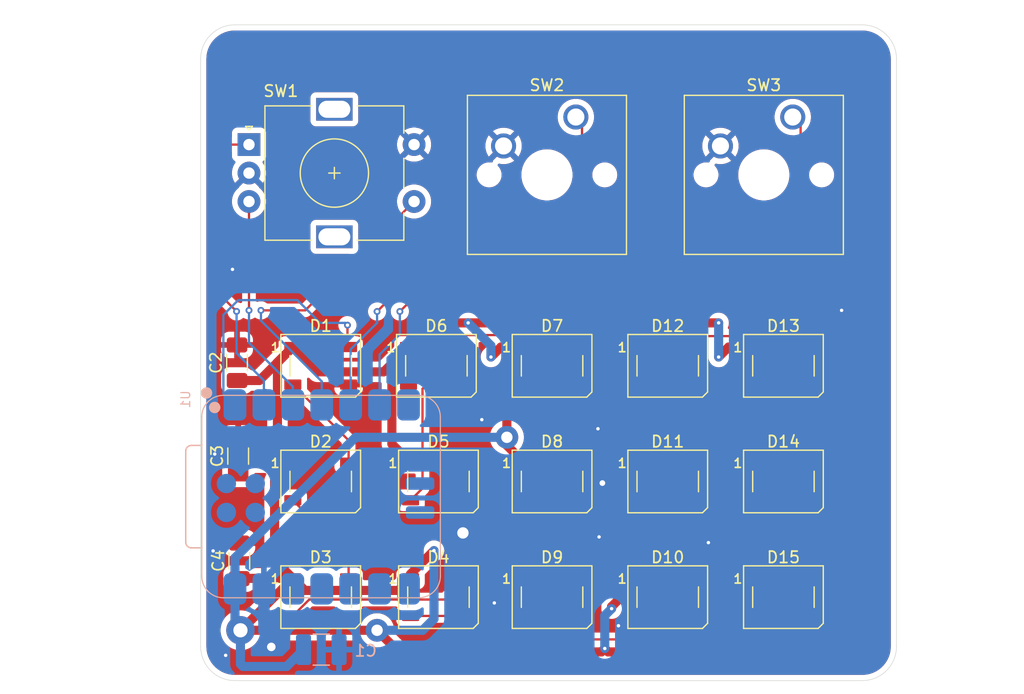
<source format=kicad_pcb>
(kicad_pcb (version 20241229) (generator "pcbnew") (generator_version "9.0")
  (layers (0 "F.Cu" signal) (2 "B.Cu" signal) (13 "F.Paste" user) (15 "B.Paste" user) (5 "F.SilkS" user "F.Silkscreen") (7 "B.SilkS" user "B.Silkscreen") (1 "F.Mask" user) (3 "B.Mask" user) (25 "Edge.Cuts" user))
  (net 0 "")
  (net 1 "+5V")
  (net 2 "GND")
  (net 3 "Net-(D1-DOUT)")
  (net 4 "Net-(D2-DOUT)")
  (net 5 "Net-(D3-DOUT)")
  (net 6 "Net-(D4-DOUT)")
  (net 7 "LED")
  (net 8 "Net-(D5-DOUT)")
  (net 9 "Net-(D10-DIN)")
  (net 10 "Net-(D10-DOUT)")
  (net 11 "Net-(D11-DOUT)")
  (net 12 "Net-(D12-DOUT)")
  (net 13 "Net-(D14-DOUT)")
  (net 14 "ROTB")
  (net 15 "ROTA")
  (net 16 "ROTSW")
  (net 17 "SW1")
  (net 18 "SW2")
  (net 20 "Net-(D6-DOUT)")
  (net 21 "Net-(D7-DOUT)")
  (net 22 "Net-(D8-DOUT)")
  (net 23 "Net-(D13-DOUT)")
  (footprint "Rotary_Encoder:RotaryEncoder_Alps_EC11E-Switch_Vertical_H20mm" (layer "F.Cu") (at 97.75 53.34)
    (property "Reference" "SW1" (at 2.8 -4.7 0) (layer "F.SilkS"))
    (property "Value" "RotaryEncoder_Switch")
    (fp_line (start -0.3 -1.6) (end 0.3 -1.6) (stroke (width 0.12)) (layer "F.SilkS"))
    (fp_line (start 0 -1.3) (end -0.3 -1.6) (stroke (width 0.12)) (layer "F.SilkS"))
    (fp_line (start 0.3 -1.6) (end 0 -1.3) (stroke (width 0.12)) (layer "F.SilkS"))
    (fp_line (start 1.4 -3.4) (end 1.4 8.4) (stroke (width 0.12)) (layer "F.SilkS"))
    (fp_line (start 5.5 -3.4) (end 1.4 -3.4) (stroke (width 0.12)) (layer "F.SilkS"))
    (fp_line (start 5.5 8.4) (end 1.4 8.4) (stroke (width 0.12)) (layer "F.SilkS"))
    (fp_line (start 7 2.5) (end 8 2.5) (stroke (width 0.12)) (layer "F.SilkS"))
    (fp_line (start 7.5 2) (end 7.5 3) (stroke (width 0.12)) (layer "F.SilkS"))
    (fp_line (start 9.5 -3.4) (end 13.6 -3.4) (stroke (width 0.12)) (layer "F.SilkS"))
    (fp_line (start 13.6 -3.4) (end 13.6 -1) (stroke (width 0.12)) (layer "F.SilkS"))
    (fp_line (start 13.6 1.2) (end 13.6 3.8) (stroke (width 0.12)) (layer "F.SilkS"))
    (fp_line (start 13.6 6) (end 13.6 8.4) (stroke (width 0.12)) (layer "F.SilkS"))
    (fp_line (start 13.6 8.4) (end 9.5 8.4) (stroke (width 0.12)) (layer "F.SilkS"))
    (fp_circle (center 7.5 2.5) (end 10.5 2.5) (stroke (width 0.12)) (fill no) (layer "F.SilkS"))
    (pad "A" thru_hole rect (at 0 0) (size 2 2) (drill 1) (layers "*.Cu" "*.Mask") (net 15 "ROTA"))
    (pad "B" thru_hole circle (at 0 5) (size 2 2) (drill 1) (layers "*.Cu" "*.Mask") (net 14 "ROTB"))
    (pad "C" thru_hole circle (at 0 2.5) (size 2 2) (drill 1) (layers "*.Cu" "*.Mask") (net 2 "GND"))
    (pad "MP" thru_hole rect (at 7.5 -3.1) (size 3.2 2) (drill oval 2.8 1.5) (layers "*.Cu" "*.Mask"))
    (pad "MP" thru_hole rect (at 7.5 8.1) (size 3.2 2) (drill oval 2.8 1.5) (layers "*.Cu" "*.Mask"))
    (pad "S1" thru_hole circle (at 14.5 5) (size 2 2) (drill 1) (layers "*.Cu" "*.Mask") (net 16 "ROTSW"))
    (pad "S2" thru_hole circle (at 14.5 0) (size 2 2) (drill 1) (layers "*.Cu" "*.Mask") (net 2 "GND"))
  )
  (footprint "LED_SMD:LED_WS2812B_PLCC4_5.0x5.0mm_P3.2mm" (layer "F.Cu") (at 144.69 82.93)
    (property "Reference" "D14" (at 0 -3.5 0) (layer "F.SilkS"))
    (property "Value" "WS2812B")
    (fp_line (start -3.5 -2.75) (end -3.5 2.75) (stroke (width 0.12)) (layer "F.SilkS"))
    (fp_line (start -3.5 -2.75) (end 3.5 -2.75) (stroke (width 0.12)) (layer "F.SilkS"))
    (fp_line (start -3.5 2.75) (end 3.05 2.75) (stroke (width 0.12)) (layer "F.SilkS"))
    (fp_line (start -2.7 0.9) (end -2.7 -0.9) (stroke (width 0.12)) (layer "F.SilkS"))
    (fp_line (start 2.7 0.9) (end 2.7 -0.9) (stroke (width 0.12)) (layer "F.SilkS"))
    (fp_line (start 3.05 2.75) (end 3.5 2.3) (stroke (width 0.12)) (layer "F.SilkS"))
    (fp_line (start 3.5 2.3) (end 3.5 -2.75) (stroke (width 0.12)) (layer "F.SilkS"))
    (fp_text user "1" (at -4 -1.6 0) (layer "F.SilkS") (effects (font (size 0.8 0.8))))
    (pad "1" smd roundrect (at -2.45 -1.65) (size 1.5 0.9) (layers "F.Cu" "F.Mask" "F.Paste") (roundrect_rratio 0.1) (net 1 "+5V"))
    (pad "2" smd roundrect (at -2.45 1.65) (size 1.5 0.9) (layers "F.Cu" "F.Mask" "F.Paste") (roundrect_rratio 0.1) (net 13 "Net-(D14-DOUT)"))
    (pad "3" smd roundrect (at 2.45 1.65) (size 1.5 0.9) (layers "F.Cu" "F.Mask" "F.Paste") (roundrect_rratio 0.1) (net 2 "GND"))
    (pad "4" smd roundrect (at 2.45 -1.65) (size 1.5 0.9) (layers "F.Cu" "F.Mask" "F.Paste") (roundrect_rratio 0.1) (net 23 "Net-(D13-DOUT)"))
  )
  (footprint "Capacitor_SMD:C_1206_3216Metric_Pad1.33x1.80mm_HandSolder" (layer "F.Cu") (at 96.8 80.7 90)
    (property "Reference" "C3" (at 0 -1.85 90) (layer "F.SilkS"))
    (property "Value" "4.7nF")
    (fp_line (start -0.711252 -0.91) (end 0.711252 -0.91) (stroke (width 0.12)) (layer "F.SilkS"))
    (fp_line (start -0.711252 0.91) (end 0.711252 0.91) (stroke (width 0.12)) (layer "F.SilkS"))
    (pad "1" smd roundrect (at -1.5625 0 90) (size 1.325 1.8) (layers "F.Cu" "F.Mask" "F.Paste") (roundrect_rratio 0.188679) (net 1 "+5V"))
    (pad "2" smd roundrect (at 1.5625 0 90) (size 1.325 1.8) (layers "F.Cu" "F.Mask" "F.Paste") (roundrect_rratio 0.188679) (net 2 "GND"))
  )
  (footprint "LED_SMD:LED_WS2812B_PLCC4_5.0x5.0mm_P3.2mm" (layer "F.Cu") (at 114.21 72.77)
    (property "Reference" "D6" (at 0 -3.5 0) (layer "F.SilkS"))
    (property "Value" "WS2812B")
    (fp_line (start -3.5 -2.75) (end -3.5 2.75) (stroke (width 0.12)) (layer "F.SilkS"))
    (fp_line (start -3.5 -2.75) (end 3.5 -2.75) (stroke (width 0.12)) (layer "F.SilkS"))
    (fp_line (start -3.5 2.75) (end 3.05 2.75) (stroke (width 0.12)) (layer "F.SilkS"))
    (fp_line (start -2.7 0.9) (end -2.7 -0.9) (stroke (width 0.12)) (layer "F.SilkS"))
    (fp_line (start 2.7 0.9) (end 2.7 -0.9) (stroke (width 0.12)) (layer "F.SilkS"))
    (fp_line (start 3.05 2.75) (end 3.5 2.3) (stroke (width 0.12)) (layer "F.SilkS"))
    (fp_line (start 3.5 2.3) (end 3.5 -2.75) (stroke (width 0.12)) (layer "F.SilkS"))
    (fp_text user "1" (at -4 -1.6 0) (layer "F.SilkS") (effects (font (size 0.8 0.8))))
    (pad "1" smd roundrect (at -2.45 -1.65) (size 1.5 0.9) (layers "F.Cu" "F.Mask" "F.Paste") (roundrect_rratio 0.1) (net 1 "+5V"))
    (pad "2" smd roundrect (at -2.45 1.65) (size 1.5 0.9) (layers "F.Cu" "F.Mask" "F.Paste") (roundrect_rratio 0.1) (net 20 "Net-(D6-DOUT)"))
    (pad "3" smd roundrect (at 2.45 1.65) (size 1.5 0.9) (layers "F.Cu" "F.Mask" "F.Paste") (roundrect_rratio 0.1) (net 2 "GND"))
    (pad "4" smd roundrect (at 2.45 -1.65) (size 1.5 0.9) (layers "F.Cu" "F.Mask" "F.Paste") (roundrect_rratio 0.1) (net 8 "Net-(D5-DOUT)"))
  )
  (footprint "Button_Switch_Keyboard:SW_Cherry_MX_1.00u_PCB" (layer "F.Cu") (at 126.46 50.92)
    (property "Reference" "SW2" (at -2.54 -2.794 0) (layer "F.SilkS"))
    (property "Value" "SW_Push")
    (fp_line (start -9.525 -1.905) (end 4.445 -1.905) (stroke (width 0.12)) (layer "F.SilkS"))
    (fp_line (start -9.525 12.065) (end -9.525 -1.905) (stroke (width 0.12)) (layer "F.SilkS"))
    (fp_line (start 4.445 -1.905) (end 4.445 12.065) (stroke (width 0.12)) (layer "F.SilkS"))
    (fp_line (start 4.445 12.065) (end -9.525 12.065) (stroke (width 0.12)) (layer "F.SilkS"))
    (pad "" np_thru_hole circle (at -7.62 5.08) (size 1.7 1.7) (drill 1.7) (layers "*.Cu" "*.Mask"))
    (pad "" np_thru_hole circle (at -2.54 5.08) (size 4 4) (drill 4) (layers "*.Cu" "*.Mask"))
    (pad "" np_thru_hole circle (at 2.54 5.08) (size 1.7 1.7) (drill 1.7) (layers "*.Cu" "*.Mask"))
    (pad "1" thru_hole circle (at 0 0) (size 2.2 2.2) (drill 1.5) (layers "*.Cu" "*.Mask") (net 17 "SW1"))
    (pad "2" thru_hole circle (at -6.35 2.54) (size 2.2 2.2) (drill 1.5) (layers "*.Cu" "*.Mask") (net 2 "GND"))
  )
  (footprint "Capacitor_SMD:C_1206_3216Metric_Pad1.33x1.80mm_HandSolder" (layer "F.Cu") (at 96.9 89.9 90)
    (property "Reference" "C4" (at 0 -1.85 90) (layer "F.SilkS"))
    (property "Value" "4.7nF")
    (fp_line (start -0.711252 -0.91) (end 0.711252 -0.91) (stroke (width 0.12)) (layer "F.SilkS"))
    (fp_line (start -0.711252 0.91) (end 0.711252 0.91) (stroke (width 0.12)) (layer "F.SilkS"))
    (pad "1" smd roundrect (at -1.5625 0 90) (size 1.325 1.8) (layers "F.Cu" "F.Mask" "F.Paste") (roundrect_rratio 0.188679) (net 1 "+5V"))
    (pad "2" smd roundrect (at 1.5625 0 90) (size 1.325 1.8) (layers "F.Cu" "F.Mask" "F.Paste") (roundrect_rratio 0.188679) (net 2 "GND"))
  )
  (footprint "LED_SMD:LED_WS2812B_PLCC4_5.0x5.0mm_P3.2mm" (layer "F.Cu") (at 134.53 72.77)
    (property "Reference" "D12" (at 0 -3.5 0) (layer "F.SilkS"))
    (property "Value" "WS2812B")
    (fp_line (start -3.5 -2.75) (end -3.5 2.75) (stroke (width 0.12)) (layer "F.SilkS"))
    (fp_line (start -3.5 -2.75) (end 3.5 -2.75) (stroke (width 0.12)) (layer "F.SilkS"))
    (fp_line (start -3.5 2.75) (end 3.05 2.75) (stroke (width 0.12)) (layer "F.SilkS"))
    (fp_line (start -2.7 0.9) (end -2.7 -0.9) (stroke (width 0.12)) (layer "F.SilkS"))
    (fp_line (start 2.7 0.9) (end 2.7 -0.9) (stroke (width 0.12)) (layer "F.SilkS"))
    (fp_line (start 3.05 2.75) (end 3.5 2.3) (stroke (width 0.12)) (layer "F.SilkS"))
    (fp_line (start 3.5 2.3) (end 3.5 -2.75) (stroke (width 0.12)) (layer "F.SilkS"))
    (fp_text user "1" (at -4 -1.6 0) (layer "F.SilkS") (effects (font (size 0.8 0.8))))
    (pad "1" smd roundrect (at -2.45 -1.65) (size 1.5 0.9) (layers "F.Cu" "F.Mask" "F.Paste") (roundrect_rratio 0.1) (net 1 "+5V"))
    (pad "2" smd roundrect (at -2.45 1.65) (size 1.5 0.9) (layers "F.Cu" "F.Mask" "F.Paste") (roundrect_rratio 0.1) (net 12 "Net-(D12-DOUT)"))
    (pad "3" smd roundrect (at 2.45 1.65) (size 1.5 0.9) (layers "F.Cu" "F.Mask" "F.Paste") (roundrect_rratio 0.1) (net 2 "GND"))
    (pad "4" smd roundrect (at 2.45 -1.65) (size 1.5 0.9) (layers "F.Cu" "F.Mask" "F.Paste") (roundrect_rratio 0.1) (net 11 "Net-(D11-DOUT)"))
  )
  (footprint "LED_SMD:LED_WS2812B_PLCC4_5.0x5.0mm_P3.2mm" (layer "F.Cu") (at 114.39 82.93)
    (property "Reference" "D5" (at 0 -3.5 0) (layer "F.SilkS"))
    (property "Value" "WS2812B")
    (fp_line (start -3.5 -2.75) (end -3.5 2.75) (stroke (width 0.12)) (layer "F.SilkS"))
    (fp_line (start -3.5 -2.75) (end 3.5 -2.75) (stroke (width 0.12)) (layer "F.SilkS"))
    (fp_line (start -3.5 2.75) (end 3.05 2.75) (stroke (width 0.12)) (layer "F.SilkS"))
    (fp_line (start -2.7 0.9) (end -2.7 -0.9) (stroke (width 0.12)) (layer "F.SilkS"))
    (fp_line (start 2.7 0.9) (end 2.7 -0.9) (stroke (width 0.12)) (layer "F.SilkS"))
    (fp_line (start 3.05 2.75) (end 3.5 2.3) (stroke (width 0.12)) (layer "F.SilkS"))
    (fp_line (start 3.5 2.3) (end 3.5 -2.75) (stroke (width 0.12)) (layer "F.SilkS"))
    (fp_text user "1" (at -4 -1.6 0) (layer "F.SilkS") (effects (font (size 0.8 0.8))))
    (pad "1" smd roundrect (at -2.45 -1.65) (size 1.5 0.9) (layers "F.Cu" "F.Mask" "F.Paste") (roundrect_rratio 0.1) (net 1 "+5V"))
    (pad "2" smd roundrect (at -2.45 1.65) (size 1.5 0.9) (layers "F.Cu" "F.Mask" "F.Paste") (roundrect_rratio 0.1) (net 8 "Net-(D5-DOUT)"))
    (pad "3" smd roundrect (at 2.45 1.65) (size 1.5 0.9) (layers "F.Cu" "F.Mask" "F.Paste") (roundrect_rratio 0.1) (net 2 "GND"))
    (pad "4" smd roundrect (at 2.45 -1.65) (size 1.5 0.9) (layers "F.Cu" "F.Mask" "F.Paste") (roundrect_rratio 0.1) (net 6 "Net-(D4-DOUT)"))
  )
  (footprint "LED_SMD:LED_WS2812B_PLCC4_5.0x5.0mm_P3.2mm" (layer "F.Cu") (at 124.37 82.93)
    (property "Reference" "D8" (at 0 -3.5 0) (layer "F.SilkS"))
    (property "Value" "WS2812B")
    (fp_line (start -3.5 -2.75) (end -3.5 2.75) (stroke (width 0.12)) (layer "F.SilkS"))
    (fp_line (start -3.5 -2.75) (end 3.5 -2.75) (stroke (width 0.12)) (layer "F.SilkS"))
    (fp_line (start -3.5 2.75) (end 3.05 2.75) (stroke (width 0.12)) (layer "F.SilkS"))
    (fp_line (start -2.7 0.9) (end -2.7 -0.9) (stroke (width 0.12)) (layer "F.SilkS"))
    (fp_line (start 2.7 0.9) (end 2.7 -0.9) (stroke (width 0.12)) (layer "F.SilkS"))
    (fp_line (start 3.05 2.75) (end 3.5 2.3) (stroke (width 0.12)) (layer "F.SilkS"))
    (fp_line (start 3.5 2.3) (end 3.5 -2.75) (stroke (width 0.12)) (layer "F.SilkS"))
    (fp_text user "1" (at -4 -1.6 0) (layer "F.SilkS") (effects (font (size 0.8 0.8))))
    (pad "1" smd roundrect (at -2.45 -1.65) (size 1.5 0.9) (layers "F.Cu" "F.Mask" "F.Paste") (roundrect_rratio 0.1) (net 1 "+5V"))
    (pad "2" smd roundrect (at -2.45 1.65) (size 1.5 0.9) (layers "F.Cu" "F.Mask" "F.Paste") (roundrect_rratio 0.1) (net 22 "Net-(D8-DOUT)"))
    (pad "3" smd roundrect (at 2.45 1.65) (size 1.5 0.9) (layers "F.Cu" "F.Mask" "F.Paste") (roundrect_rratio 0.1) (net 2 "GND"))
    (pad "4" smd roundrect (at 2.45 -1.65) (size 1.5 0.9) (layers "F.Cu" "F.Mask" "F.Paste") (roundrect_rratio 0.1) (net 21 "Net-(D7-DOUT)"))
  )
  (footprint "LED_SMD:LED_WS2812B_PLCC4_5.0x5.0mm_P3.2mm" (layer "F.Cu") (at 134.53 82.93)
    (property "Reference" "D11" (at 0 -3.5 0) (layer "F.SilkS"))
    (property "Value" "WS2812B")
    (fp_line (start -3.5 -2.75) (end -3.5 2.75) (stroke (width 0.12)) (layer "F.SilkS"))
    (fp_line (start -3.5 -2.75) (end 3.5 -2.75) (stroke (width 0.12)) (layer "F.SilkS"))
    (fp_line (start -3.5 2.75) (end 3.05 2.75) (stroke (width 0.12)) (layer "F.SilkS"))
    (fp_line (start -2.7 0.9) (end -2.7 -0.9) (stroke (width 0.12)) (layer "F.SilkS"))
    (fp_line (start 2.7 0.9) (end 2.7 -0.9) (stroke (width 0.12)) (layer "F.SilkS"))
    (fp_line (start 3.05 2.75) (end 3.5 2.3) (stroke (width 0.12)) (layer "F.SilkS"))
    (fp_line (start 3.5 2.3) (end 3.5 -2.75) (stroke (width 0.12)) (layer "F.SilkS"))
    (fp_text user "1" (at -4 -1.6 0) (layer "F.SilkS") (effects (font (size 0.8 0.8))))
    (pad "1" smd roundrect (at -2.45 -1.65) (size 1.5 0.9) (layers "F.Cu" "F.Mask" "F.Paste") (roundrect_rratio 0.1) (net 1 "+5V"))
    (pad "2" smd roundrect (at -2.45 1.65) (size 1.5 0.9) (layers "F.Cu" "F.Mask" "F.Paste") (roundrect_rratio 0.1) (net 11 "Net-(D11-DOUT)"))
    (pad "3" smd roundrect (at 2.45 1.65) (size 1.5 0.9) (layers "F.Cu" "F.Mask" "F.Paste") (roundrect_rratio 0.1) (net 2 "GND"))
    (pad "4" smd roundrect (at 2.45 -1.65) (size 1.5 0.9) (layers "F.Cu" "F.Mask" "F.Paste") (roundrect_rratio 0.1) (net 10 "Net-(D10-DOUT)"))
  )
  (footprint "LED_SMD:LED_WS2812B_PLCC4_5.0x5.0mm_P3.2mm" (layer "F.Cu") (at 144.69 93.09)
    (property "Reference" "D15" (at 0 -3.5 0) (layer "F.SilkS"))
    (property "Value" "WS2812B")
    (fp_line (start -3.5 -2.75) (end -3.5 2.75) (stroke (width 0.12)) (layer "F.SilkS"))
    (fp_line (start -3.5 -2.75) (end 3.5 -2.75) (stroke (width 0.12)) (layer "F.SilkS"))
    (fp_line (start -3.5 2.75) (end 3.05 2.75) (stroke (width 0.12)) (layer "F.SilkS"))
    (fp_line (start -2.7 0.9) (end -2.7 -0.9) (stroke (width 0.12)) (layer "F.SilkS"))
    (fp_line (start 2.7 0.9) (end 2.7 -0.9) (stroke (width 0.12)) (layer "F.SilkS"))
    (fp_line (start 3.05 2.75) (end 3.5 2.3) (stroke (width 0.12)) (layer "F.SilkS"))
    (fp_line (start 3.5 2.3) (end 3.5 -2.75) (stroke (width 0.12)) (layer "F.SilkS"))
    (fp_text user "1" (at -4 -1.6 0) (layer "F.SilkS") (effects (font (size 0.8 0.8))))
    (pad "1" smd roundrect (at -2.45 -1.65) (size 1.5 0.9) (layers "F.Cu" "F.Mask" "F.Paste") (roundrect_rratio 0.1) (net 1 "+5V"))
    (pad "2" smd roundrect (at -2.45 1.65) (size 1.5 0.9) (layers "F.Cu" "F.Mask" "F.Paste") (roundrect_rratio 0.1))
    (pad "3" smd roundrect (at 2.45 1.65) (size 1.5 0.9) (layers "F.Cu" "F.Mask" "F.Paste") (roundrect_rratio 0.1) (net 2 "GND"))
    (pad "4" smd roundrect (at 2.45 -1.65) (size 1.5 0.9) (layers "F.Cu" "F.Mask" "F.Paste") (roundrect_rratio 0.1) (net 13 "Net-(D14-DOUT)"))
  )
  (footprint "LED_SMD:LED_WS2812B_PLCC4_5.0x5.0mm_P3.2mm" (layer "F.Cu") (at 124.37 72.77)
    (property "Reference" "D7" (at 0 -3.5 0) (layer "F.SilkS"))
    (property "Value" "WS2812B")
    (fp_line (start -3.5 -2.75) (end -3.5 2.75) (stroke (width 0.12)) (layer "F.SilkS"))
    (fp_line (start -3.5 -2.75) (end 3.5 -2.75) (stroke (width 0.12)) (layer "F.SilkS"))
    (fp_line (start -3.5 2.75) (end 3.05 2.75) (stroke (width 0.12)) (layer "F.SilkS"))
    (fp_line (start -2.7 0.9) (end -2.7 -0.9) (stroke (width 0.12)) (layer "F.SilkS"))
    (fp_line (start 2.7 0.9) (end 2.7 -0.9) (stroke (width 0.12)) (layer "F.SilkS"))
    (fp_line (start 3.05 2.75) (end 3.5 2.3) (stroke (width 0.12)) (layer "F.SilkS"))
    (fp_line (start 3.5 2.3) (end 3.5 -2.75) (stroke (width 0.12)) (layer "F.SilkS"))
    (fp_text user "1" (at -4 -1.6 0) (layer "F.SilkS") (effects (font (size 0.8 0.8))))
    (pad "1" smd roundrect (at -2.45 -1.65) (size 1.5 0.9) (layers "F.Cu" "F.Mask" "F.Paste") (roundrect_rratio 0.1) (net 1 "+5V"))
    (pad "2" smd roundrect (at -2.45 1.65) (size 1.5 0.9) (layers "F.Cu" "F.Mask" "F.Paste") (roundrect_rratio 0.1) (net 21 "Net-(D7-DOUT)"))
    (pad "3" smd roundrect (at 2.45 1.65) (size 1.5 0.9) (layers "F.Cu" "F.Mask" "F.Paste") (roundrect_rratio 0.1) (net 2 "GND"))
    (pad "4" smd roundrect (at 2.45 -1.65) (size 1.5 0.9) (layers "F.Cu" "F.Mask" "F.Paste") (roundrect_rratio 0.1) (net 20 "Net-(D6-DOUT)"))
  )
  (footprint "LED_SMD:LED_WS2812B_PLCC4_5.0x5.0mm_P3.2mm" (layer "F.Cu") (at 144.69 72.770001)
    (property "Reference" "D13" (at 0 -3.5 0) (layer "F.SilkS"))
    (property "Value" "WS2812B")
    (fp_line (start -3.5 -2.75) (end -3.5 2.75) (stroke (width 0.12)) (layer "F.SilkS"))
    (fp_line (start -3.5 -2.75) (end 3.5 -2.75) (stroke (width 0.12)) (layer "F.SilkS"))
    (fp_line (start -3.5 2.75) (end 3.05 2.75) (stroke (width 0.12)) (layer "F.SilkS"))
    (fp_line (start -2.7 0.9) (end -2.7 -0.9) (stroke (width 0.12)) (layer "F.SilkS"))
    (fp_line (start 2.7 0.9) (end 2.7 -0.9) (stroke (width 0.12)) (layer "F.SilkS"))
    (fp_line (start 3.05 2.75) (end 3.5 2.3) (stroke (width 0.12)) (layer "F.SilkS"))
    (fp_line (start 3.5 2.3) (end 3.5 -2.75) (stroke (width 0.12)) (layer "F.SilkS"))
    (fp_text user "1" (at -4 -1.6 0) (layer "F.SilkS") (effects (font (size 0.8 0.8))))
    (pad "1" smd roundrect (at -2.45 -1.65) (size 1.5 0.9) (layers "F.Cu" "F.Mask" "F.Paste") (roundrect_rratio 0.1) (net 1 "+5V"))
    (pad "2" smd roundrect (at -2.45 1.65) (size 1.5 0.9) (layers "F.Cu" "F.Mask" "F.Paste") (roundrect_rratio 0.1) (net 23 "Net-(D13-DOUT)"))
    (pad "3" smd roundrect (at 2.45 1.65) (size 1.5 0.9) (layers "F.Cu" "F.Mask" "F.Paste") (roundrect_rratio 0.1) (net 2 "GND"))
    (pad "4" smd roundrect (at 2.45 -1.65) (size 1.5 0.9) (layers "F.Cu" "F.Mask" "F.Paste") (roundrect_rratio 0.1) (net 12 "Net-(D12-DOUT)"))
  )
  (footprint "LED_SMD:LED_WS2812B_PLCC4_5.0x5.0mm_P3.2mm" (layer "F.Cu") (at 114.39 93.09)
    (property "Reference" "D4" (at 0 -3.5 0) (layer "F.SilkS"))
    (property "Value" "WS2812B")
    (fp_line (start -3.5 -2.75) (end -3.5 2.75) (stroke (width 0.12)) (layer "F.SilkS"))
    (fp_line (start -3.5 -2.75) (end 3.5 -2.75) (stroke (width 0.12)) (layer "F.SilkS"))
    (fp_line (start -3.5 2.75) (end 3.05 2.75) (stroke (width 0.12)) (layer "F.SilkS"))
    (fp_line (start -2.7 0.9) (end -2.7 -0.9) (stroke (width 0.12)) (layer "F.SilkS"))
    (fp_line (start 2.7 0.9) (end 2.7 -0.9) (stroke (width 0.12)) (layer "F.SilkS"))
    (fp_line (start 3.05 2.75) (end 3.5 2.3) (stroke (width 0.12)) (layer "F.SilkS"))
    (fp_line (start 3.5 2.3) (end 3.5 -2.75) (stroke (width 0.12)) (layer "F.SilkS"))
    (fp_text user "1" (at -4 -1.6 0) (layer "F.SilkS") (effects (font (size 0.8 0.8))))
    (pad "1" smd roundrect (at -2.45 -1.65) (size 1.5 0.9) (layers "F.Cu" "F.Mask" "F.Paste") (roundrect_rratio 0.1) (net 1 "+5V"))
    (pad "2" smd roundrect (at -2.45 1.65) (size 1.5 0.9) (layers "F.Cu" "F.Mask" "F.Paste") (roundrect_rratio 0.1) (net 6 "Net-(D4-DOUT)"))
    (pad "3" smd roundrect (at 2.45 1.65) (size 1.5 0.9) (layers "F.Cu" "F.Mask" "F.Paste") (roundrect_rratio 0.1) (net 2 "GND"))
    (pad "4" smd roundrect (at 2.45 -1.65) (size 1.5 0.9) (layers "F.Cu" "F.Mask" "F.Paste") (roundrect_rratio 0.1) (net 5 "Net-(D3-DOUT)"))
  )
  (footprint "Button_Switch_Keyboard:SW_Cherry_MX_1.00u_PCB" (layer "F.Cu") (at 145.51 50.92)
    (property "Reference" "SW3" (at -2.54 -2.794 0) (layer "F.SilkS"))
    (property "Value" "SW_Push")
    (fp_line (start -9.525 -1.905) (end 4.445 -1.905) (stroke (width 0.12)) (layer "F.SilkS"))
    (fp_line (start -9.525 12.065) (end -9.525 -1.905) (stroke (width 0.12)) (layer "F.SilkS"))
    (fp_line (start 4.445 -1.905) (end 4.445 12.065) (stroke (width 0.12)) (layer "F.SilkS"))
    (fp_line (start 4.445 12.065) (end -9.525 12.065) (stroke (width 0.12)) (layer "F.SilkS"))
    (pad "" np_thru_hole circle (at -7.62 5.08) (size 1.7 1.7) (drill 1.7) (layers "*.Cu" "*.Mask"))
    (pad "" np_thru_hole circle (at -2.54 5.08) (size 4 4) (drill 4) (layers "*.Cu" "*.Mask"))
    (pad "" np_thru_hole circle (at 2.54 5.08) (size 1.7 1.7) (drill 1.7) (layers "*.Cu" "*.Mask"))
    (pad "1" thru_hole circle (at 0 0) (size 2.2 2.2) (drill 1.5) (layers "*.Cu" "*.Mask") (net 18 "SW2"))
    (pad "2" thru_hole circle (at -6.35 2.54) (size 2.2 2.2) (drill 1.5) (layers "*.Cu" "*.Mask") (net 2 "GND"))
  )
  (footprint "LED_SMD:LED_WS2812B_PLCC4_5.0x5.0mm_P3.2mm" (layer "F.Cu") (at 104.05 93.09)
    (property "Reference" "D3" (at 0 -3.5 0) (layer "F.SilkS"))
    (property "Value" "WS2812B")
    (fp_line (start -3.5 -2.75) (end -3.5 2.75) (stroke (width 0.12)) (layer "F.SilkS"))
    (fp_line (start -3.5 -2.75) (end 3.5 -2.75) (stroke (width 0.12)) (layer "F.SilkS"))
    (fp_line (start -3.5 2.75) (end 3.05 2.75) (stroke (width 0.12)) (layer "F.SilkS"))
    (fp_line (start -2.7 0.9) (end -2.7 -0.9) (stroke (width 0.12)) (layer "F.SilkS"))
    (fp_line (start 2.7 0.9) (end 2.7 -0.9) (stroke (width 0.12)) (layer "F.SilkS"))
    (fp_line (start 3.05 2.75) (end 3.5 2.3) (stroke (width 0.12)) (layer "F.SilkS"))
    (fp_line (start 3.5 2.3) (end 3.5 -2.75) (stroke (width 0.12)) (layer "F.SilkS"))
    (fp_text user "1" (at -4 -1.6 0) (layer "F.SilkS") (effects (font (size 0.8 0.8))))
    (pad "1" smd roundrect (at -2.45 -1.65) (size 1.5 0.9) (layers "F.Cu" "F.Mask" "F.Paste") (roundrect_rratio 0.1) (net 1 "+5V"))
    (pad "2" smd roundrect (at -2.45 1.65) (size 1.5 0.9) (layers "F.Cu" "F.Mask" "F.Paste") (roundrect_rratio 0.1) (net 5 "Net-(D3-DOUT)"))
    (pad "3" smd roundrect (at 2.45 1.65) (size 1.5 0.9) (layers "F.Cu" "F.Mask" "F.Paste") (roundrect_rratio 0.1) (net 2 "GND"))
    (pad "4" smd roundrect (at 2.45 -1.65) (size 1.5 0.9) (layers "F.Cu" "F.Mask" "F.Paste") (roundrect_rratio 0.1) (net 4 "Net-(D2-DOUT)"))
  )
  (footprint "Capacitor_SMD:C_1206_3216Metric_Pad1.33x1.80mm_HandSolder" (layer "F.Cu") (at 96.7 72.5 90)
    (property "Reference" "C2" (at 0 -1.85 90) (layer "F.SilkS"))
    (property "Value" "4.7nF")
    (fp_line (start -0.711252 -0.91) (end 0.711252 -0.91) (stroke (width 0.12)) (layer "F.SilkS"))
    (fp_line (start -0.711252 0.91) (end 0.711252 0.91) (stroke (width 0.12)) (layer "F.SilkS"))
    (pad "1" smd roundrect (at -1.5625 0 90) (size 1.325 1.8) (layers "F.Cu" "F.Mask" "F.Paste") (roundrect_rratio 0.188679) (net 1 "+5V"))
    (pad "2" smd roundrect (at 1.5625 0 90) (size 1.325 1.8) (layers "F.Cu" "F.Mask" "F.Paste") (roundrect_rratio 0.188679) (net 2 "GND"))
  )
  (footprint "LED_SMD:LED_WS2812B_PLCC4_5.0x5.0mm_P3.2mm" (layer "F.Cu") (at 124.37 93.09)
    (property "Reference" "D9" (at 0 -3.5 0) (layer "F.SilkS"))
    (property "Value" "WS2812B")
    (fp_line (start -3.5 -2.75) (end -3.5 2.75) (stroke (width 0.12)) (layer "F.SilkS"))
    (fp_line (start -3.5 -2.75) (end 3.5 -2.75) (stroke (width 0.12)) (layer "F.SilkS"))
    (fp_line (start -3.5 2.75) (end 3.05 2.75) (stroke (width 0.12)) (layer "F.SilkS"))
    (fp_line (start -2.7 0.9) (end -2.7 -0.9) (stroke (width 0.12)) (layer "F.SilkS"))
    (fp_line (start 2.7 0.9) (end 2.7 -0.9) (stroke (width 0.12)) (layer "F.SilkS"))
    (fp_line (start 3.05 2.75) (end 3.5 2.3) (stroke (width 0.12)) (layer "F.SilkS"))
    (fp_line (start 3.5 2.3) (end 3.5 -2.75) (stroke (width 0.12)) (layer "F.SilkS"))
    (fp_text user "1" (at -4 -1.6 0) (layer "F.SilkS") (effects (font (size 0.8 0.8))))
    (pad "1" smd roundrect (at -2.45 -1.65) (size 1.5 0.9) (layers "F.Cu" "F.Mask" "F.Paste") (roundrect_rratio 0.1) (net 1 "+5V"))
    (pad "2" smd roundrect (at -2.45 1.65) (size 1.5 0.9) (layers "F.Cu" "F.Mask" "F.Paste") (roundrect_rratio 0.1) (net 9 "Net-(D10-DIN)"))
    (pad "3" smd roundrect (at 2.45 1.65) (size 1.5 0.9) (layers "F.Cu" "F.Mask" "F.Paste") (roundrect_rratio 0.1) (net 2 "GND"))
    (pad "4" smd roundrect (at 2.45 -1.65) (size 1.5 0.9) (layers "F.Cu" "F.Mask" "F.Paste") (roundrect_rratio 0.1) (net 22 "Net-(D8-DOUT)"))
  )
  (footprint "LED_SMD:LED_WS2812B_PLCC4_5.0x5.0mm_P3.2mm" (layer "F.Cu") (at 104.05 82.93)
    (property "Reference" "D2" (at 0 -3.5 0) (layer "F.SilkS"))
    (property "Value" "WS2812B")
    (fp_line (start -3.5 -2.75) (end -3.5 2.75) (stroke (width 0.12)) (layer "F.SilkS"))
    (fp_line (start -3.5 -2.75) (end 3.5 -2.75) (stroke (width 0.12)) (layer "F.SilkS"))
    (fp_line (start -3.5 2.75) (end 3.05 2.75) (stroke (width 0.12)) (layer "F.SilkS"))
    (fp_line (start -2.7 0.9) (end -2.7 -0.9) (stroke (width 0.12)) (layer "F.SilkS"))
    (fp_line (start 2.7 0.9) (end 2.7 -0.9) (stroke (width 0.12)) (layer "F.SilkS"))
    (fp_line (start 3.05 2.75) (end 3.5 2.3) (stroke (width 0.12)) (layer "F.SilkS"))
    (fp_line (start 3.5 2.3) (end 3.5 -2.75) (stroke (width 0.12)) (layer "F.SilkS"))
    (fp_text user "1" (at -4 -1.6 0) (layer "F.SilkS") (effects (font (size 0.8 0.8))))
    (pad "1" smd roundrect (at -2.45 -1.65) (size 1.5 0.9) (layers "F.Cu" "F.Mask" "F.Paste") (roundrect_rratio 0.1) (net 1 "+5V"))
    (pad "2" smd roundrect (at -2.45 1.65) (size 1.5 0.9) (layers "F.Cu" "F.Mask" "F.Paste") (roundrect_rratio 0.1) (net 4 "Net-(D2-DOUT)"))
    (pad "3" smd roundrect (at 2.45 1.65) (size 1.5 0.9) (layers "F.Cu" "F.Mask" "F.Paste") (roundrect_rratio 0.1) (net 2 "GND"))
    (pad "4" smd roundrect (at 2.45 -1.65) (size 1.5 0.9) (layers "F.Cu" "F.Mask" "F.Paste") (roundrect_rratio 0.1) (net 3 "Net-(D1-DOUT)"))
  )
  (footprint "LED_SMD:LED_WS2812B_PLCC4_5.0x5.0mm_P3.2mm" (layer "F.Cu") (at 134.53 93.09)
    (property "Reference" "D10" (at 0 -3.5 0) (layer "F.SilkS"))
    (property "Value" "WS2812B")
    (fp_line (start -3.5 -2.75) (end -3.5 2.75) (stroke (width 0.12)) (layer "F.SilkS"))
    (fp_line (start -3.5 -2.75) (end 3.5 -2.75) (stroke (width 0.12)) (layer "F.SilkS"))
    (fp_line (start -3.5 2.75) (end 3.05 2.75) (stroke (width 0.12)) (layer "F.SilkS"))
    (fp_line (start -2.7 0.9) (end -2.7 -0.9) (stroke (width 0.12)) (layer "F.SilkS"))
    (fp_line (start 2.7 0.9) (end 2.7 -0.9) (stroke (width 0.12)) (layer "F.SilkS"))
    (fp_line (start 3.05 2.75) (end 3.5 2.3) (stroke (width 0.12)) (layer "F.SilkS"))
    (fp_line (start 3.5 2.3) (end 3.5 -2.75) (stroke (width 0.12)) (layer "F.SilkS"))
    (fp_text user "1" (at -4 -1.6 0) (layer "F.SilkS") (effects (font (size 0.8 0.8))))
    (pad "1" smd roundrect (at -2.45 -1.65) (size 1.5 0.9) (layers "F.Cu" "F.Mask" "F.Paste") (roundrect_rratio 0.1) (net 1 "+5V"))
    (pad "2" smd roundrect (at -2.45 1.65) (size 1.5 0.9) (layers "F.Cu" "F.Mask" "F.Paste") (roundrect_rratio 0.1) (net 10 "Net-(D10-DOUT)"))
    (pad "3" smd roundrect (at 2.45 1.65) (size 1.5 0.9) (layers "F.Cu" "F.Mask" "F.Paste") (roundrect_rratio 0.1) (net 2 "GND"))
    (pad "4" smd roundrect (at 2.45 -1.65) (size 1.5 0.9) (layers "F.Cu" "F.Mask" "F.Paste") (roundrect_rratio 0.1) (net 9 "Net-(D10-DIN)"))
  )
  (footprint "LED_SMD:LED_WS2812B_PLCC4_5.0x5.0mm_P3.2mm" (layer "F.Cu") (at 104.05 72.77)
    (property "Reference" "D1" (at 0 -3.5 0) (layer "F.SilkS"))
    (property "Value" "WS2812B")
    (fp_line (start -3.5 -2.75) (end -3.5 2.75) (stroke (width 0.12)) (layer "F.SilkS"))
    (fp_line (start -3.5 -2.75) (end 3.5 -2.75) (stroke (width 0.12)) (layer "F.SilkS"))
    (fp_line (start -3.5 2.75) (end 3.05 2.75) (stroke (width 0.12)) (layer "F.SilkS"))
    (fp_line (start -2.7 0.9) (end -2.7 -0.9) (stroke (width 0.12)) (layer "F.SilkS"))
    (fp_line (start 2.7 0.9) (end 2.7 -0.9) (stroke (width 0.12)) (layer "F.SilkS"))
    (fp_line (start 3.05 2.75) (end 3.5 2.3) (stroke (width 0.12)) (layer "F.SilkS"))
    (fp_line (start 3.5 2.3) (end 3.5 -2.75) (stroke (width 0.12)) (layer "F.SilkS"))
    (fp_text user "1" (at -4 -1.6 0) (layer "F.SilkS") (effects (font (size 0.8 0.8))))
    (pad "1" smd roundrect (at -2.45 -1.65) (size 1.5 0.9) (layers "F.Cu" "F.Mask" "F.Paste") (roundrect_rratio 0.1) (net 1 "+5V"))
    (pad "2" smd roundrect (at -2.45 1.65) (size 1.5 0.9) (layers "F.Cu" "F.Mask" "F.Paste") (roundrect_rratio 0.1) (net 3 "Net-(D1-DOUT)"))
    (pad "3" smd roundrect (at 2.45 1.65) (size 1.5 0.9) (layers "F.Cu" "F.Mask" "F.Paste") (roundrect_rratio 0.1) (net 2 "GND"))
    (pad "4" smd roundrect (at 2.45 -1.65) (size 1.5 0.9) (layers "F.Cu" "F.Mask" "F.Paste") (roundrect_rratio 0.1) (net 7 "LED"))
  )
  (footprint "Capacitor_SMD:C_1210_3225Metric_Pad1.33x2.70mm_HandSolder" (layer "B.Cu") (at 104.1 97.7)
    (property "Reference" "C1" (at 3.9 0.1 0) (layer "B.SilkS") (effects (justify mirror)))
    (property "Value" "100uF")
    (fp_line (start -0.711252 -1.36) (end 0.711252 -1.36) (stroke (width 0.12)) (layer "B.SilkS"))
    (fp_line (start -0.711252 1.36) (end 0.711252 1.36) (stroke (width 0.12)) (layer "B.SilkS"))
    (pad "1" smd roundrect (at -1.5625 0) (size 1.325 2.7) (layers "B.Cu" "B.Mask" "B.Paste") (roundrect_rratio 0.188679) (net 1 "+5V"))
    (pad "2" smd roundrect (at 1.5625 0) (size 1.325 2.7) (layers "B.Cu" "B.Mask" "B.Paste") (roundrect_rratio 0.188679) (net 2 "GND"))
  )
  (footprint "OPL:XIAO-RP2040-SMD" (layer "B.Cu") (at 104.14 84.2 -90)
    (property "Reference" "U1" (at -9.335 11.5 90) (layer "B.SilkS") (effects (font (size 0.78232 0.78232) (thickness 0.10668)) (justify left bottom mirror)))
    (property "Value" "XIAO-RP2040-SMD")
    (fp_line (start -3.936272 11.947) (end 4.059 11.947) (stroke (width 0.127)) (layer "B.SilkS"))
    (fp_line (start 4.559 11.447) (end 4.559 10.537) (stroke (width 0.127)) (layer "B.SilkS"))
    (fp_line (start -4.44 10.537) (end -4.436272 11.447272) (stroke (width 0.127)) (layer "B.SilkS"))
    (fp_line (start 7.04 10.537) (end -6.93 10.537) (stroke (width 0.1)) (layer "B.SilkS"))
    (fp_line (start -8.835 -8.513) (end -8.835 8.632) (stroke (width 0.1)) (layer "B.SilkS"))
    (fp_line (start 8.945 -8.513) (end 8.945 8.632) (stroke (width 0.1)) (layer "B.SilkS"))
    (fp_line (start -6.93 -10.418) (end 7.04 -10.418) (stroke (width 0.1)) (layer "B.SilkS"))
    (fp_arc (start -3.936272 11.947) (mid -4.289724 11.800644) (end -4.436272 11.447272) (stroke (width 0.127)) (layer "B.SilkS"))
    (fp_arc (start 4.559 11.447) (mid 4.412553 11.800553) (end 4.059 11.947) (stroke (width 0.127)) (layer "B.SilkS"))
    (fp_arc (start -6.93 10.541) (mid -8.277038 9.983038) (end -8.835 8.636) (stroke (width 0.1)) (layer "B.SilkS"))
    (fp_arc (start 8.945 8.632) (mid 8.387038 9.979038) (end 7.04 10.537) (stroke (width 0.1)) (layer "B.SilkS"))
    (fp_arc (start -8.835 -8.513) (mid -8.277038 -9.860038) (end -6.93 -10.418) (stroke (width 0.1)) (layer "B.SilkS"))
    (fp_arc (start 7.04 -10.418) (mid 8.387038 -9.860038) (end 8.945 -8.513) (stroke (width 0.1)) (layer "B.SilkS"))
    (fp_circle (center -9.045 10.121) (end -9.045 10.375) (stroke (width 0.5)) (fill yes) (layer "B.SilkS"))
    (fp_circle (center -7.771 9.404) (end -7.771 9.658) (stroke (width 0.5)) (fill yes) (layer "B.SilkS"))
    (pad "1" smd roundrect (at -8 7.62 270) (size 2.75 2) (layers "B.Cu" "B.Mask" "B.Paste") (net 7 "LED"))
    (pad "2" smd roundrect (at -8 5.08 270) (size 2.75 2) (layers "B.Cu" "B.Mask" "B.Paste") (net 15 "ROTA"))
    (pad "3" smd roundrect (at -8 2.54 270) (size 2.75 2) (layers "B.Cu" "B.Mask" "B.Paste") (net 14 "ROTB"))
    (pad "4" smd roundrect (at -8 0 270) (size 2.75 2) (layers "B.Cu" "B.Mask" "B.Paste") (net 16 "ROTSW"))
    (pad "5" smd roundrect (at -8 -2.54 270) (size 2.75 2) (layers "B.Cu" "B.Mask" "B.Paste") (net 17 "SW1"))
    (pad "6" smd roundrect (at -8 -5.08 270) (size 2.75 2) (layers "B.Cu" "B.Mask" "B.Paste") (net 18 "SW2"))
    (pad "7" smd roundrect (at -8 -7.62 270) (size 2.75 2) (layers "B.Cu" "B.Mask" "B.Paste"))
    (pad "8" smd roundrect (at 8.165 -7.62 270) (size 2.75 2) (layers "B.Cu" "B.Mask" "B.Paste"))
    (pad "9" smd roundrect (at 8.165 -5.08 270) (size 2.75 2) (layers "B.Cu" "B.Mask" "B.Paste"))
    (pad "10" smd roundrect (at 8.165 -2.54 270) (size 2.75 2) (layers "B.Cu" "B.Mask" "B.Paste"))
    (pad "11" smd roundrect (at 8.165 0 270) (size 2.75 2) (layers "B.Cu" "B.Mask" "B.Paste"))
    (pad "12" smd roundrect (at 8.165 2.54 270) (size 2.75 2) (layers "B.Cu" "B.Mask" "B.Paste"))
    (pad "13" smd roundrect (at 8.165 5.08 270) (size 2.75 2) (layers "B.Cu" "B.Mask" "B.Paste") (net 2 "GND"))
    (pad "14" smd roundrect (at 8.165 7.62 270) (size 2.75 2) (layers "B.Cu" "B.Mask" "B.Paste") (net 1 "+5V"))
    (pad "15" smd roundrect (at -1.088 -8.64) (size 2.5 1.1) (layers "B.Cu" "B.Mask" "B.Paste"))
    (pad "16" smd roundrect (at 1.452 -8.64) (size 2.5 1.1) (layers "B.Cu" "B.Mask" "B.Paste"))
    (pad "17" smd circle (at -1.088 8.378 270) (size 1.7 1.7) (layers "B.Cu" "B.Mask" "B.Paste"))
    (pad "18" smd circle (at 1.452 8.378 270) (size 1.7 1.7) (layers "B.Cu" "B.Mask" "B.Paste"))
    (pad "19" smd circle (at -1.088 5.838 270) (size 1.7 1.7) (layers "B.Cu" "B.Mask" "B.Paste"))
    (pad "20" smd circle (at 1.452 5.838 270) (size 1.7 1.7) (layers "B.Cu" "B.Mask" "B.Paste"))
  )
  (gr_line (start 96.50375 42.822813) (end 151.6225 42.822813) (stroke (width 0.05)) (layer "Edge.Cuts"))
  (gr_arc (start 151.6225 42.822813) (mid 153.743816 43.701493) (end 154.6225 45.822813) (stroke (width 0.05)) (layer "Edge.Cuts"))
  (gr_line (start 151.6225 100.417188) (end 96.50375 100.417188) (stroke (width 0.05)) (layer "Edge.Cuts"))
  (gr_line (start 93.50375 97.417188) (end 93.50375 45.822813) (stroke (width 0.05)) (layer "Edge.Cuts"))
  (gr_arc (start 93.50375 45.822813) (mid 94.38243 43.701493) (end 96.50375 42.822813) (stroke (width 0.05)) (layer "Edge.Cuts"))
  (gr_arc (start 96.50375 100.417188) (mid 94.382466 99.53849) (end 93.50375 97.417188) (stroke (width 0.05)) (layer "Edge.Cuts"))
  (gr_line (start 154.6225 45.822813) (end 154.6225 97.417188) (stroke (width 0.05)) (layer "Edge.Cuts"))
  (gr_arc (start 154.6225 97.417188) (mid 153.74382 99.538508) (end 151.6225 100.417188) (stroke (width 0.05)) (layer "Edge.Cuts"))
  (segment (start 132.08 71.12) (end 130.6 72.6) (width 0.8) (layer "F.Cu") (net 1))
  (segment (start 140.29 73.070001) (end 140.29 79.33) (width 0.8) (layer "F.Cu") (net 1))
  (segment (start 117 69) (end 116 69) (width 0.8) (layer "F.Cu") (net 1))
  (segment (start 132.08 91.44) (end 131.02 92.5) (width 0.8) (layer "F.Cu") (net 1))
  (segment (start 116 69) (end 113.88 71.12) (width 0.8) (layer "F.Cu") (net 1))
  (segment (start 100.249 79.929) (end 100.249 72.471) (width 0.8) (layer "F.Cu") (net 1))
  (segment (start 100 82.88) (end 100 89.84) (width 0.8) (layer "F.Cu") (net 1))
  (segment (start 129.6 94.1) (end 129.6 93.92) (width 0.8) (layer "F.Cu") (net 1))
  (segment (start 129 97.6) (end 128.7 97.9) (width 0.8) (layer "F.Cu") (net 1))
  (segment (start 140.63 82.89) (end 142.24 81.28) (width 0.8) (layer "F.Cu") (net 1))
  (segment (start 122.98 92.5) (end 121.92 91.44) (width 0.8) (layer "F.Cu") (net 1))
  (segment (start 129 97.6) (end 129.3 97.9) (width 0.8) (layer "F.Cu") (net 1))
  (segment (start 140.2 95.8) (end 139 97) (width 0.8) (layer "F.Cu") (net 1))
  (segment (start 131.12 71.12) (end 129 69) (width 0.8) (layer "F.Cu") (net 1))
  (segment (start 120 83.2) (end 120 89.52) (width 0.8) (layer "F.Cu") (net 1))
  (segment (start 97 96) (end 109 96) (width 0.8) (layer "F.Cu") (net 1))
  (segment (start 103.78 73.3) (end 109.58 73.3) (width 0.8) (layer "F.Cu") (net 1))
  (segment (start 130.6 72.6) (end 130.6 79.8) (width 0.8) (layer "F.Cu") (net 1))
  (segment (start 121.92 81.28) (end 120 83.2) (width 0.8) (layer "F.Cu") (net 1))
  (segment (start 110.9 97.9) (end 109 96) (width 0.8) (layer "F.Cu") (net 1))
  (segment (start 120.4 72.64) (end 121.92 71.12) (width 0.8) (layer "F.Cu") (net 1))
  (segment (start 132.08 81.28) (end 130.6 82.76) (width 0.8) (layer "F.Cu") (net 1))
  (segment (start 142.24 91.44) (end 140.63 89.83) (width 0.8) (layer "F.Cu") (net 1))
  (segment (start 142.24 91.44) (end 140.2 93.48) (width 0.8) (layer "F.Cu") (net 1))
  (segment (start 101.6 91.44) (end 97.04 96) (width 0.8) (layer "F.Cu") (net 1))
  (segment (start 132.08 71.12) (end 131.12 71.12) (width 0.8) (layer "F.Cu") (net 1))
  (segment (start 98.6575 74.0625) (end 101.6 71.12) (width 0.8) (layer "F.Cu") (net 1))
  (segment (start 111.94 91.06) (end 114 89) (width 0.8) (layer "F.Cu") (net 1))
  (segment (start 128.7 97.9) (end 110.9 97.9) (width 0.8) (layer "F.Cu") (net 1))
  (segment (start 119.88 71.12) (end 119 72) (width 0.8) (layer "F.Cu") (net 1))
  (segment (start 100 89.84) (end 101.6 91.44) (width 0.8) (layer "F.Cu") (net 1))
  (segment (start 102.66 92.5) (end 101.6 91.44) (width 0.8) (layer "F.Cu") (net 1))
  (segment (start 100.249 72.471) (end 101.6 71.12) (width 0.8) (layer "F.Cu") (net 1))
  (segment (start 131.02 92.5) (end 122.98 92.5) (width 0.8) (layer "F.Cu") (net 1))
  (segment (start 121.92 71.12) (end 119.88 71.12) (width 0.8) (layer "F.Cu") (net 1))
  (segment (start 110.88 92.5) (end 102.66 92.5) (width 0.8) (layer "F.Cu") (net 1))
  (segment (start 101.6 81.28) (end 97.74 81.28) (width 0.8) (layer "F.Cu") (net 1))
  (segment (start 111.94 91.44) (end 111.94 91.06) (width 0.8) (layer "F.Cu") (net 1))
  (segment (start 120.4 79.76) (end 120.4 79.05) (width 0.8) (layer "F.Cu") (net 1))
  (segment (start 129.3 97.9) (end 138.1 97.9) (width 0.8) (layer "F.Cu") (net 1))
  (segment (start 97.1625 91.4625) (end 97.185 91.44) (width 0.8) (layer "F.Cu") (net 1))
  (segment (start 120 89.52) (end 121.92 91.44) (width 0.8) (layer "F.Cu") (net 1))
  (segment (start 96.8 82.22) (end 96.8 82.2625) (width 0.8) (layer "F.Cu") (net 1))
  (segment (start 113.88 71.12) (end 111.76 71.12) (width 0.8) (layer "F.Cu") (net 1))
  (segment (start 110.3 79.64) (end 111.94 81.28) (width 0.8) (layer "F.Cu") (net 1))
  (segment (start 121.92 81.28) (end 120.4 79.76) (width 0.8) (layer "F.Cu") (net 1))
  (segment (start 101.6 71.12) (end 100.2 72.52) (width 0.8) (layer "F.Cu") (net 1))
  (segment (start 97.185 91.44) (end 101.6 91.44) (width 0.8) (layer "F.Cu") (net 1))
  (segment (start 129 69) (end 117 69) (width 0.8) (layer "F.Cu") (net 1))
  (segment (start 101.6 81.28) (end 100.249 79.929) (width 0.8) (layer "F.Cu") (net 1))
  (segment (start 101.6 71.12) (end 103.78 73.3) (width 0.8) (layer "F.Cu") (net 1))
  (segment (start 138.1 97.9) (end 139 97) (width 0.8) (layer "F.Cu") (net 1))
  (segment (start 139 69) (end 134.2 69) (width 0.8) (layer "F.Cu") (net 1))
  (segment (start 97 96) (end 96.9 95.9) (width 0.8) (layer "F.Cu") (net 1))
  (segment (start 140.29 79.33) (end 142.24 81.28) (width 0.8) (layer "F.Cu") (net 1))
  (segment (start 120.4 79.05) (end 120.4 72.64) (width 0.8) (layer "F.Cu") (net 1))
  (segment (start 101.6 81.28) (end 100 82.88) (width 0.8) (layer "F.Cu") (net 1))
  (segment (start 96.9 91.4625) (end 97.1625 91.4625) (width 0.8) (layer "F.Cu") (net 1))
  (segment (start 129.6 93.92) (end 131.02 92.5) (width 0.8) (layer "F.Cu") (net 1))
  (segment (start 110.3 72.58) (end 110.3 79.64) (width 0.8) (layer "F.Cu") (net 1))
  (segment (start 139 72) (end 139.879999 71.120001) (width 0.8) (layer "F.Cu") (net 1))
  (segment (start 130.6 82.76) (end 130.6 89.96) (width 0.8) (layer "F.Cu") (net 1))
  (segment (start 111.94 91.44) (end 110.88 92.5) (width 0.8) (layer "F.Cu") (net 1))
  (segment (start 130.6 79.8) (end 132.08 81.28) (width 0.8) (layer "F.Cu") (net 1))
  (segment (start 134.2 69) (end 132.08 71.12) (width 0.8) (layer "F.Cu") (net 1))
  (segment (start 97.04 96) (end 97 96) (width 0.8) (layer "F.Cu") (net 1))
  (segment (start 109.58 73.3) (end 111.76 71.12) (width 0.8) (layer "F.Cu") (net 1))
  (segment (start 142.24 71.120001) (end 140.29 73.070001) (width 0.8) (layer "F.Cu") (net 1))
  (segment (start 139.879999 71.120001) (end 142.24 71.120001) (width 0.8) (layer "F.Cu") (net 1))
  (segment (start 140.2 93.48) (end 140.2 95.8) (width 0.8) (layer "F.Cu") (net 1))
  (segment (start 96.7 74.0625) (end 98.6575 74.0625) (width 0.8) (layer "F.Cu") (net 1))
  (segment (start 111.76 71.12) (end 110.3 72.58) (width 0.8) (layer "F.Cu") (net 1))
  (segment (start 97.74 81.28) (end 96.8 82.22) (width 0.8) (layer "F.Cu") (net 1))
  (segment (start 130.6 89.96) (end 132.08 91.44) (width 0.8) (layer "F.Cu") (net 1))
  (segment (start 140.63 89.83) (end 140.63 82.89) (width 0.8) (layer "F.Cu") (net 1))
  (via (at 139 69) (size 0.6) (drill 0.3) (layers "F.Cu" "B.Cu") (net 1))
  (via (at 129.6 94.1) (size 0.6) (drill 0.3) (layers "F.Cu" "B.Cu") (net 1))
  (via (at 120.4 79.05) (size 2) (drill 1) (layers "F.Cu" "B.Cu") (net 1))
  (via (at 117 69) (size 0.6) (drill 0.3) (layers "F.Cu" "B.Cu") (net 1))
  (via (at 109 96) (size 2) (drill 1) (layers "F.Cu" "B.Cu") (net 1))
  (via (at 119 72) (size 0.6) (drill 0.3) (layers "F.Cu" "B.Cu") (net 1))
  (via (at 114 89) (size 0.6) (drill 0.3) (layers "F.Cu" "B.Cu") (net 1))
  (via (at 97 96) (size 2.5) (drill 1.25) (layers "F.Cu" "B.Cu") (net 1))
  (via (at 139 72) (size 0.6) (drill 0.3) (layers "F.Cu" "B.Cu") (net 1))
  (via (at 129 97.6) (size 0.6) (drill 0.3) (layers "F.Cu" "B.Cu") (net 1))
  (segment (start 119 71) (end 117 69) (width 0.8) (layer "B.Cu") (net 1))
  (segment (start 114 89) (end 114 95) (width 0.8) (layer "B.Cu") (net 1))
  (segment (start 97 98.96) (end 97 96) (width 0.8) (layer "B.Cu") (net 1))
  (segment (start 97 96) (end 96.52 95.52) (width 0.8) (layer "B.Cu") (net 1))
  (segment (start 96.52 95.52) (end 96.52 92.365) (width 0.8) (layer "B.Cu") (net 1))
  (segment (start 119 72) (end 119 71) (width 0.8) (layer "B.Cu") (net 1))
  (segment (start 129 94.7) (end 129.6 94.1) (width 0.8) (layer "B.Cu") (net 1))
  (segment (start 107.11 79.05) (end 120.4 79.05) (width 0.8) (layer "B.Cu") (net 1))
  (segment (start 97.22 99.18) (end 97 98.96) (width 0.8) (layer "B.Cu") (net 1))
  (segment (start 96.52 89.64) (end 107.11 79.05) (width 0.8) (layer "B.Cu") (net 1))
  (segment (start 129 97.6) (end 129 94.7) (width 0.8) (layer "B.Cu") (net 1))
  (segment (start 114 95) (end 113 96) (width 0.8) (layer "B.Cu") (net 1))
  (segment (start 113 96) (end 109 96) (width 0.8) (layer "B.Cu") (net 1))
  (segment (start 102.5375 97.7) (end 101.0575 99.18) (width 0.8) (layer "B.Cu") (net 1))
  (segment (start 96.52 92.365) (end 96.52 89.64) (width 0.8) (layer "B.Cu") (net 1))
  (segment (start 139 69) (end 139 72) (width 0.8) (layer "B.Cu") (net 1))
  (segment (start 101.0575 99.18) (end 97.22 99.18) (width 0.8) (layer "B.Cu") (net 1))
  (via (at 99.71 97.46) (size 1.5) (drill 0.75) (layers "F.Cu" "B.Cu") (net 2))
  (via (at 128.4 78.3) (size 0.6) (drill 0.3) (layers "F.Cu" "B.Cu") (net 2))
  (via (at 128.5 87.8) (size 0.6) (drill 0.3) (layers "F.Cu" "B.Cu") (net 2))
  (via (at 116.54 87.45) (size 2) (drill 1) (layers "F.Cu" "B.Cu") (net 2))
  (via (at 128.79 83.07) (size 1) (drill 0.5) (layers "F.Cu" "B.Cu") (net 2))
  (via (at 138.1 88.3) (size 0.6) (drill 0.3) (layers "F.Cu" "B.Cu") (net 2))
  (via (at 96.3 64.3) (size 0.6) (drill 0.3) (layers "F.Cu" "B.Cu") (net 2))
  (via (at 95.7 98.2) (size 0.6) (drill 0.3) (layers "F.Cu" "B.Cu") (net 2))
  (via (at 119.3 93.6) (size 0.6) (drill 0.3) (layers "F.Cu" "B.Cu") (net 2))
  (via (at 118.2 77.5) (size 0.6) (drill 0.3) (layers "F.Cu" "B.Cu") (net 2))
  (via (at 94.6 89.03) (size 0.6) (drill 0.3) (layers "F.Cu" "B.Cu") (net 2))
  (via (at 130.2 95.6) (size 0.6) (drill 0.3) (layers "F.Cu" "B.Cu") (net 2))
  (via (at 149.8 67.9) (size 0.6) (drill 0.3) (layers "F.Cu" "B.Cu") (net 2))
  (via (at 94.74 80.52) (size 0.6) (drill 0.3) (layers "F.Cu" "B.Cu") (net 2))
  (segment (start 99.74 97.43) (end 99.74 96.74) (width 1) (layer "B.Cu") (net 2))
  (segment (start 99.74 96.74) (end 99.06 96.06) (width 1) (layer "B.Cu") (net 2))
  (segment (start 99.06 96.06) (end 99.06 92.365) (width 1) (layer "B.Cu") (net 2))
  (segment (start 99.71 97.46) (end 99.74 97.43) (width 1) (layer "B.Cu") (net 2))
  (segment (start 99.06 91.824256) (end 99.06 92.365) (width 1) (layer "B.Cu") (net 2))
  (segment (start 116.48 87.51) (end 103.374256 87.51) (width 1) (layer "B.Cu") (net 2))
  (segment (start 103.374256 87.51) (end 99.06 91.824256) (width 1) (layer "B.Cu") (net 2))
  (segment (start 116.54 87.45) (end 116.48 87.51) (width 1) (layer "B.Cu") (net 2))
  (segment (start 101.6 74.42) (end 106.5 79.32) (width 0.2) (layer "F.Cu") (net 3))
  (segment (start 106.5 79.32) (end 106.5 81.28) (width 0.2) (layer "F.Cu") (net 3))
  (segment (start 101.6 84.58) (end 106.5 89.48) (width 0.2) (layer "F.Cu") (net 4))
  (segment (start 106.5 89.48) (end 106.5 91.44) (width 0.2) (layer "F.Cu") (net 4))
  (segment (start 114.98 93.3) (end 116.84 91.44) (width 0.2) (layer "F.Cu") (net 5))
  (segment (start 103.04 93.3) (end 114.98 93.3) (width 0.2) (layer "F.Cu") (net 5))
  (segment (start 101.6 94.74) (end 103.04 93.3) (width 0.2) (layer "F.Cu") (net 5))
  (segment (start 118.28 91.575452) (end 118.28 82.72) (width 0.2) (layer "F.Cu") (net 6))
  (segment (start 115.115452 94.74) (end 118.28 91.575452) (width 0.2) (layer "F.Cu") (net 6))
  (segment (start 118.28 82.72) (end 116.84 81.28) (width 0.2) (layer "F.Cu") (net 6))
  (segment (start 111.94 94.74) (end 115.115452 94.74) (width 0.2) (layer "F.Cu") (net 6))
  (segment (start 106.4 69.2) (end 106.4 71.02) (width 0.2) (layer "F.Cu") (net 7))
  (segment (start 106.4 71.02) (end 106.5 71.12) (width 0.2) (layer "F.Cu") (net 7))
  (via (at 106.4 69.2) (size 0.6) (drill 0.3) (layers "F.Cu" "B.Cu") (net 7))
  (segment (start 95.5 75.18) (end 96.52 76.2) (width 0.2) (layer "B.Cu") (net 7))
  (segment (start 106.2 69) (end 104 69) (width 0.2) (layer "B.Cu") (net 7))
  (segment (start 106.4 69.2) (end 106.2 69) (width 0.2) (layer "B.Cu") (net 7))
  (segment (start 104 69) (end 102 67) (width 0.2) (layer "B.Cu") (net 7))
  (segment (start 102 67) (end 96.8 67) (width 0.2) (layer "B.Cu") (net 7))
  (segment (start 96.8 67) (end 95.5 68.3) (width 0.2) (layer "B.Cu") (net 7))
  (segment (start 95.5 68.3) (end 95.5 75.18) (width 0.2) (layer "B.Cu") (net 7))
  (segment (start 112.991 74.789) (end 116.66 71.12) (width 0.2) (layer "F.Cu") (net 8))
  (segment (start 112.991 83.529) (end 112.991 74.789) (width 0.2) (layer "F.Cu") (net 8))
  (segment (start 111.94 84.58) (end 112.991 83.529) (width 0.2) (layer "F.Cu") (net 8))
  (segment (start 121.92 94.74) (end 123.98 96.8) (width 0.2) (layer "F.Cu") (net 9))
  (segment (start 131.62 96.8) (end 136.98 91.44) (width 0.2) (layer "F.Cu") (net 9))
  (segment (start 123.98 96.8) (end 131.62 96.8) (width 0.2) (layer "F.Cu") (net 9))
  (segment (start 133.37 84.89) (end 136.98 81.28) (width 0.2) (layer "F.Cu") (net 10))
  (segment (start 133.37 93.45) (end 133.37 84.89) (width 0.2) (layer "F.Cu") (net 10))
  (segment (start 132.08 94.74) (end 133.37 93.45) (width 0.2) (layer "F.Cu") (net 10))
  (segment (start 134.26 73.84) (end 136.98 71.12) (width 0.2) (layer "F.Cu") (net 11))
  (segment (start 134.26 82.4) (end 134.26 73.84) (width 0.2) (layer "F.Cu") (net 11))
  (segment (start 132.08 84.58) (end 134.26 82.4) (width 0.2) (layer "F.Cu") (net 11))
  (segment (start 132.08 74.05) (end 135.97 70.16) (width 0.2) (layer "F.Cu") (net 12))
  (segment (start 132.08 74.42) (end 132.08 74.05) (width 0.2) (layer "F.Cu") (net 12))
  (segment (start 146.179999 70.16) (end 147.14 71.120001) (width 0.2) (layer "F.Cu") (net 12))
  (segment (start 135.97 70.16) (end 146.179999 70.16) (width 0.2) (layer "F.Cu") (net 12))
  (segment (start 147.14 89.48) (end 147.14 91.44) (width 0.2) (layer "F.Cu") (net 13))
  (segment (start 142.24 84.58) (end 147.14 89.48) (width 0.2) (layer "F.Cu") (net 13))
  (segment (start 97.75 67.9) (end 97.75 58.34) (width 0.2) (layer "F.Cu") (net 14))
  (via (at 97.75 67.9) (size 0.6) (drill 0.3) (layers "F.Cu" "B.Cu") (net 14))
  (segment (start 101.6 74.6) (end 101.6 76.2) (width 0.2) (layer "B.Cu") (net 14))
  (segment (start 97.75 67.9) (end 97.75 70.75) (width 0.2) (layer "B.Cu") (net 14))
  (segment (start 97.75 70.75) (end 101.6 74.6) (width 0.2) (layer "B.Cu") (net 14))
  (segment (start 95.66 53.34) (end 97.75 53.34) (width 0.2) (layer "F.Cu") (net 15))
  (segment (start 96.659191 67.989338) (end 95 66.330147) (width 0.2) (layer "F.Cu") (net 15))
  (segment (start 95 66.330147) (end 95 54) (width 0.2) (layer "F.Cu") (net 15))
  (segment (start 95 54) (end 95.66 53.34) (width 0.2) (layer "F.Cu") (net 15))
  (via (at 96.659191 67.989338) (size 0.6) (drill 0.3) (layers "F.Cu" "B.Cu") (net 15))
  (segment (start 96.659191 67.989338) (end 96.659191 71.659191) (width 0.2) (layer "B.Cu") (net 15))
  (segment (start 96.659191 71.659191) (end 99.06 74.06) (width 0.2) (layer "B.Cu") (net 15))
  (segment (start 99.06 74.06) (end 99.06 76.2) (width 0.2) (layer "B.Cu") (net 15))
  (segment (start 98.8 67.9) (end 102.69 67.9) (width 0.2) (layer "F.Cu") (net 16))
  (segment (start 102.69 67.9) (end 112.25 58.34) (width 0.2) (layer "F.Cu") (net 16))
  (via (at 98.8 67.9) (size 0.6) (drill 0.3) (layers "F.Cu" "B.Cu") (net 16))
  (segment (start 104.14 74.14) (end 104.14 76.2) (width 0.2) (layer "B.Cu") (net 16))
  (segment (start 98.8 67.9) (end 98.8 68.8) (width 0.2) (layer "B.Cu") (net 16))
  (segment (start 98.8 68.8) (end 104.14 74.14) (width 0.2) (layer "B.Cu") (net 16))
  (segment (start 127 59.8) (end 123.7 63.1) (width 0.2) (layer "F.Cu") (net 17))
  (segment (start 127 51.46) (end 127 59.8) (width 0.2) (layer "F.Cu") (net 17))
  (segment (start 123.7 63.1) (end 113.9 63.1) (width 0.2) (layer "F.Cu") (net 17))
  (segment (start 126.46 50.92) (end 127 51.46) (width 0.2) (layer "F.Cu") (net 17))
  (segment (start 113.9 63.1) (end 109 68) (width 0.2) (layer "F.Cu") (net 17))
  (via (at 109 68) (size 0.6) (drill 0.3) (layers "F.Cu" "B.Cu") (net 17))
  (segment (start 106.68 71.32) (end 106.68 76.2) (width 0.2) (layer "B.Cu") (net 17))
  (segment (start 109 69) (end 106.68 71.32) (width 0.2) (layer "B.Cu") (net 17))
  (segment (start 109 68) (end 109 69) (width 0.2) (layer "B.Cu") (net 17))
  (segment (start 145.51 50.92) (end 146.2 51.61) (width 0.2) (layer "F.Cu") (net 18))
  (segment (start 115 64) (end 111 68) (width 0.2) (layer "F.Cu") (net 18))
  (segment (start 142.3 64) (end 115 64) (width 0.2) (layer "F.Cu") (net 18))
  (segment (start 146.2 60.1) (end 142.3 64) (width 0.2) (layer "F.Cu") (net 18))
  (segment (start 146.2 51.61) (end 146.2 60.1) (width 0.2) (layer "F.Cu") (net 18))
  (via (at 111 68) (size 0.6) (drill 0.3) (layers "F.Cu" "B.Cu") (net 18))
  (segment (start 111 70) (end 109.22 71.78) (width 0.2) (layer "B.Cu") (net 18))
  (segment (start 109.22 71.78) (end 109.22 76.2) (width 0.2) (layer "B.Cu") (net 18))
  (segment (start 111 68) (end 111 70) (width 0.2) (layer "B.Cu") (net 18))
  (segment (start 116.11 70.07) (end 125.77 70.07) (width 0.2) (layer "F.Cu") (net 20))
  (segment (start 125.77 70.07) (end 126.82 71.12) (width 0.2) (layer "F.Cu") (net 20))
  (segment (start 111.76 74.42) (end 116.11 70.07) (width 0.2) (layer "F.Cu") (net 20))
  (segment (start 126.82 79.32) (end 126.82 81.28) (width 0.2) (layer "F.Cu") (net 21))
  (segment (start 121.92 74.42) (end 126.82 79.32) (width 0.2) (layer "F.Cu") (net 21))
  (segment (start 121.92 89.09) (end 124.27 91.44) (width 0.2) (layer "F.Cu") (net 22))
  (segment (start 124.27 91.44) (end 126.82 91.44) (width 0.2) (layer "F.Cu") (net 22))
  (segment (start 121.92 84.58) (end 121.92 89.09) (width 0.2) (layer "F.Cu") (net 22))
  (segment (start 142.24 74.420001) (end 147.14 79.320001) (width 0.2) (layer "F.Cu") (net 23))
  (segment (start 147.14 79.320001) (end 147.14 81.28) (width 0.2) (layer "F.Cu") (net 23))
  (zone (net 2) (net_name "GND") (layers "F.Cu" "B.Cu") (connect_pads (clearance 0.5)) (min_thickness 0.25) (fill yes (thermal_gap 0.5) (thermal_bridge_width 0.5))
    (polygon (pts (xy 75.88 40.64) (xy 165.84 40.64) (xy 165.84 101.6) (xy 75.88 101.6)))
  )
)
</source>
